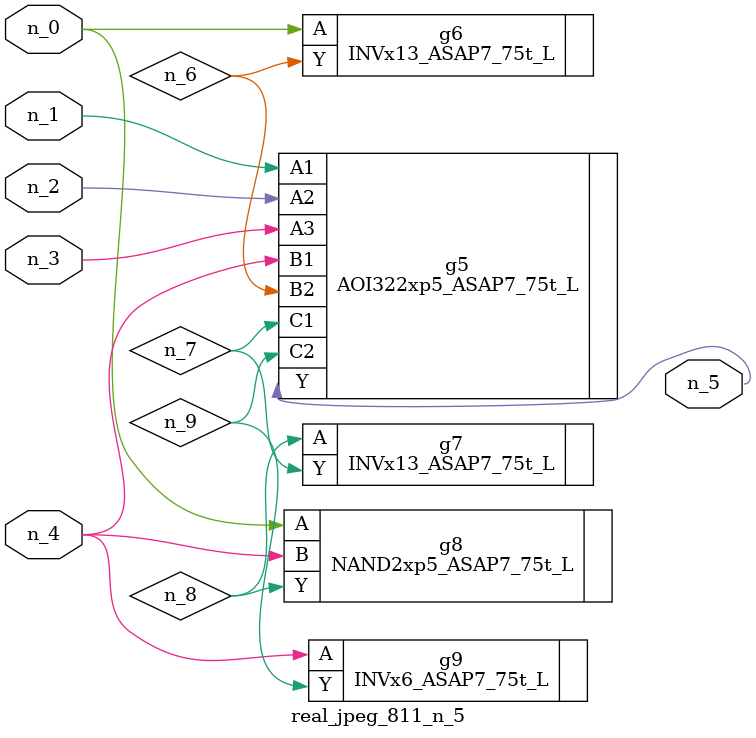
<source format=v>
module real_jpeg_811_n_5 (n_4, n_0, n_1, n_2, n_3, n_5);

input n_4;
input n_0;
input n_1;
input n_2;
input n_3;

output n_5;

wire n_8;
wire n_6;
wire n_7;
wire n_9;

INVx13_ASAP7_75t_L g6 ( 
.A(n_0),
.Y(n_6)
);

NAND2xp5_ASAP7_75t_L g8 ( 
.A(n_0),
.B(n_4),
.Y(n_8)
);

AOI322xp5_ASAP7_75t_L g5 ( 
.A1(n_1),
.A2(n_2),
.A3(n_3),
.B1(n_4),
.B2(n_6),
.C1(n_7),
.C2(n_9),
.Y(n_5)
);

INVx6_ASAP7_75t_L g9 ( 
.A(n_4),
.Y(n_9)
);

INVx13_ASAP7_75t_L g7 ( 
.A(n_8),
.Y(n_7)
);


endmodule
</source>
